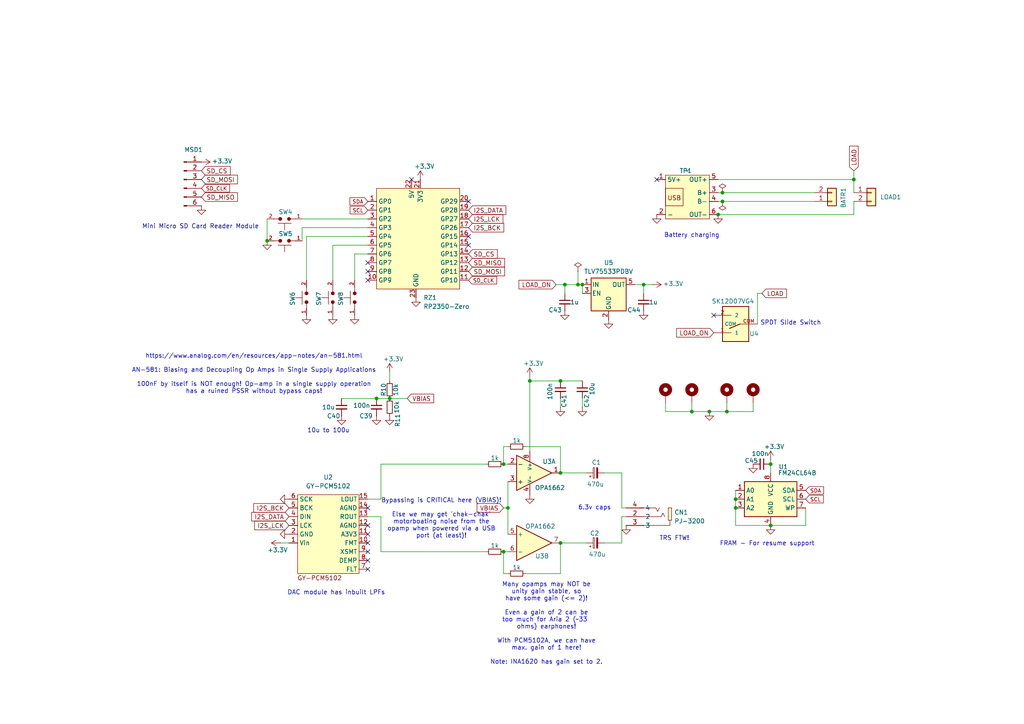
<source format=kicad_sch>
(kicad_sch (version 20250114) (generator "eeschema") (generator_version "9.0")
  (paper "A4")
  (title_block (title "mShuffle 0.05") (date "2025-03-05") (rev "v0.05") (company "Yantra Research") (comment 1 "Retro Music Player (Retro DAP)"))
  (lib_symbols
    (symbol "Connector:Conn_01x06_Pin" (pin_names (offset 1.016) (hide yes))
      (property "Reference" "J" (at 0 7.62 0))
      (property "Value" "Conn_01x06_Pin" (at 0 -10.16 0))
      (symbol "Conn_01x06_Pin_1_1"
        (rectangle (start 0.8636 5.207) (end 0 4.953) (stroke (width 0.1524)) (fill (type outline)))
        (rectangle (start 0.8636 2.667) (end 0 2.413) (stroke (width 0.1524)) (fill (type outline)))
        (rectangle (start 0.8636 0.127) (end 0 -0.127) (stroke (width 0.1524)) (fill (type outline)))
        (rectangle (start 0.8636 -2.413) (end 0 -2.667) (stroke (width 0.1524)) (fill (type outline)))
        (rectangle (start 0.8636 -4.953) (end 0 -5.207) (stroke (width 0.1524)) (fill (type outline)))
        (rectangle (start 0.8636 -7.493) (end 0 -7.747) (stroke (width 0.1524)) (fill (type outline)))
        (polyline (pts (xy 1.27 5.08) (xy 0.8636 5.08)) (stroke (width 0.1524)))
        (polyline (pts (xy 1.27 2.54) (xy 0.8636 2.54)) (stroke (width 0.1524)))
        (polyline (pts (xy 1.27 0) (xy 0.8636 0)) (stroke (width 0.1524)))
        (polyline (pts (xy 1.27 -2.54) (xy 0.8636 -2.54)) (stroke (width 0.1524)))
        (polyline (pts (xy 1.27 -5.08) (xy 0.8636 -5.08)) (stroke (width 0.1524)))
        (polyline (pts (xy 1.27 -7.62) (xy 0.8636 -7.62)) (stroke (width 0.1524)))
        (pin passive line (at 5.08 5.08 180) (length 3.81) (name "Pin_1") (number "1"))
        (pin passive line (at 5.08 2.54 180) (length 3.81) (name "Pin_2") (number "2"))
        (pin passive line (at 5.08 0 180) (length 3.81) (name "Pin_3") (number "3"))
        (pin passive line (at 5.08 -2.54 180) (length 3.81) (name "Pin_4") (number "4"))
        (pin passive line (at 5.08 -5.08 180) (length 3.81) (name "Pin_5") (number "5"))
        (pin passive line (at 5.08 -7.62 180) (length 3.81) (name "Pin_6") (number "6"))
      )
    )
    (symbol "Connector_Generic:Conn_01x02" (pin_names (offset 1.016) (hide yes))
      (property "Reference" "J" (at 0 2.54 0))
      (property "Value" "Conn_01x02" (at 0 -5.08 0))
      (symbol "Conn_01x02_1_1"
        (rectangle (start -1.27 1.27) (end 1.27 -3.81) (stroke (width 0.254)) (fill (type background)))
        (rectangle (start -1.27 0.127) (end 0 -0.127) (stroke (width 0.1524)))
        (rectangle (start -1.27 -2.413) (end 0 -2.667) (stroke (width 0.1524)))
        (pin passive line (at -5.08 0 0) (length 3.81) (name "Pin_1") (number "1"))
        (pin passive line (at -5.08 -2.54 0) (length 3.81) (name "Pin_2") (number "2"))
      )
    )
    (symbol "Device:C_Polarized_Small" (pin_numbers (hide yes)) (pin_names (offset 0.254) (hide yes))
      (property "Reference" "C" (at 0.254 1.778 0))
      (property "Value" "C_Polarized_Small" (at 0.254 -2.032 0))
      (symbol "C_Polarized_Small_0_1"
        (rectangle (start -1.524 0.6858) (end 1.524 0.3048))
        (rectangle (start -1.524 -0.3048) (end 1.524 -0.6858) (fill (type outline)))
        (polyline (pts (xy -1.27 1.524) (xy -0.762 1.524)))
        (polyline (pts (xy -1.016 1.27) (xy -1.016 1.778)))
      )
      (symbol "C_Polarized_Small_1_1"
        (pin passive line (at 0 2.54 270) (length 1.8542) (name "~") (number "1"))
        (pin passive line (at 0 -2.54 90) (length 1.8542) (name "~") (number "2"))
      )
    )
    (symbol "Device:C_Small" (pin_numbers (hide yes)) (pin_names (offset 0.254) (hide yes))
      (property "Reference" "C" (at 0.254 1.778 0))
      (property "Value" "C_Small" (at 0.254 -2.032 0))
      (symbol "C_Small_0_1"
        (polyline (pts (xy -1.524 0.508) (xy 1.524 0.508)) (stroke (width 0.3048)))
        (polyline (pts (xy -1.524 -0.508) (xy 1.524 -0.508)) (stroke (width 0.3302)))
      )
      (symbol "C_Small_1_1"
        (pin passive line (at 0 2.54 270) (length 2.032) (name "~") (number "1"))
        (pin passive line (at 0 -2.54 90) (length 2.032) (name "~") (number "2"))
      )
    )
    (symbol "Device:R_Small" (pin_numbers (hide yes)) (pin_names (offset 0.254) (hide yes))
      (property "Reference" "R" (at 0.762 0.508 0))
      (property "Value" "R_Small" (at 0.762 -1.016 0))
      (symbol "R_Small_0_1"
        (rectangle (start -0.762 1.778) (end 0.762 -1.778) (stroke (width 0.2032)))
      )
      (symbol "R_Small_1_1"
        (pin passive line (at 0 2.54 270) (length 0.762) (name "~") (number "1"))
        (pin passive line (at 0 -2.54 90) (length 0.762) (name "~") (number "2"))
      )
    )
    (symbol "GY-PCM5102:GY-PCM5102"
      (property "Reference" "U" (at -7.62 6.35 0))
      (property "Value" "GY-PCM5102" (at 0 0 0))
      (symbol "GY-PCM5102_0_0"
        (text "GY-PCM5102" (at -2.54 -19.05 0) (effects (font (size 1.27 1.27))))
      )
      (symbol "GY-PCM5102_1_1"
        (rectangle (start -8.89 5.08) (end 8.89 -17.78) (fill (type background)))
        (pin input line (at -11.43 3.81 0) (length 2.54) (name "SCK") (number "6"))
        (pin input line (at -11.43 1.27 0) (length 2.54) (name "BCK") (number "5"))
        (pin input line (at -11.43 -1.27 0) (length 2.54) (name "DIN") (number "4"))
        (pin input line (at -11.43 -3.81 0) (length 2.54) (name "LCK") (number "3"))
        (pin power_in line (at -11.43 -6.35 0) (length 2.54) (name "GND") (number "2"))
        (pin power_in line (at -11.43 -8.89 0) (length 2.54) (name "Vin") (number "1"))
        (pin input line (at 11.43 3.81 180) (length 2.54) (name "LOUT") (number "15"))
        (pin input line (at 11.43 1.27 180) (length 2.54) (name "AGND") (number "14"))
        (pin input line (at 11.43 -1.27 180) (length 2.54) (name "ROUT") (number "13"))
        (pin input line (at 11.43 -3.81 180) (length 2.54) (name "AGND") (number "12"))
        (pin input line (at 11.43 -6.35 180) (length 2.54) (name "A3V3") (number "11"))
        (pin input line (at 11.43 -8.89 180) (length 2.54) (name "FMT") (number "10"))
        (pin input line (at 11.43 -11.43 180) (length 2.54) (name "XSMT") (number "9"))
        (pin input line (at 11.43 -13.97 180) (length 2.54) (name "DEMP") (number "8"))
        (pin input line (at 11.43 -16.51 180) (length 2.54) (name "FLT") (number "7"))
      )
    )
    (symbol "Mechanical:MountingHole_Pad" (pin_numbers (hide yes)) (pin_names (offset 1.016) (hide yes))
      (property "Reference" "H" (at 0 6.35 0))
      (property "Value" "MountingHole_Pad" (at 0 4.445 0))
      (symbol "MountingHole_Pad_0_1"
        (circle (center 0 1.27) (radius 1.27) (stroke (width 1.27)))
      )
      (symbol "MountingHole_Pad_1_1"
        (pin input line (at 0 -2.54 90) (length 2.54) (name "1") (number "1"))
      )
    )
    (symbol "Memory_EEPROM:24LC256"
      (property "Reference" "U" (at -6.35 6.35 0))
      (property "Value" "24LC256" (at 1.27 6.35 0))
      (symbol "24LC256_1_1"
        (rectangle (start -7.62 5.08) (end 7.62 -5.08) (stroke (width 0.254)) (fill (type background)))
        (pin input line (at -10.16 2.54 0) (length 2.54) (name "A0") (number "1"))
        (pin input line (at -10.16 0 0) (length 2.54) (name "A1") (number "2"))
        (pin input line (at -10.16 -2.54 0) (length 2.54) (name "A2") (number "3"))
        (pin power_in line (at 0 7.62 270) (length 2.54) (name "VCC") (number "8"))
        (pin power_in line (at 0 -7.62 90) (length 2.54) (name "GND") (number "4"))
        (pin bidirectional line (at 10.16 2.54 180) (length 2.54) (name "SDA") (number "5"))
        (pin input line (at 10.16 0 180) (length 2.54) (name "SCL") (number "6"))
        (pin input line (at 10.16 -2.54 180) (length 2.54) (name "WP") (number "7"))
      )
    )
    (symbol "PCM_Amplifier_Operational_AKL:TS922ID" (pin_names (offset 0.2))
      (property "Reference" "U" (at 1.27 7.62 0))
      (property "Value" "TS922ID" (at 1.27 5.08 0))
      (symbol "TS922ID_0_1"
        (polyline (pts (xy -3.81 5.08) (xy -3.81 -5.08) (xy 6.35 0) (xy -3.81 5.08)) (stroke (width 0.254)) (fill (type background)))
      )
      (symbol "TS922ID_1_1"
        (pin input line (at -6.35 2.54 0) (length 2.54) (name "-") (number "2"))
        (pin input line (at -6.35 -2.54 0) (length 2.54) (name "+") (number "3"))
        (pin power_in line (at 0 6.35 270) (length 3.18) (name "V+") (number "8"))
        (pin power_in line (at 0 -6.35 90) (length 3.18) (name "V-") (number "4"))
        (pin output line (at 8.89 0 180) (length 2.54) (name "~") (number "1"))
      )
      (symbol "TS922ID_2_1"
        (pin input line (at -6.35 2.54 0) (length 2.54) (name "-") (number "6"))
        (pin input line (at -6.35 -2.54 0) (length 2.54) (name "+") (number "5"))
        (pin output line (at 8.89 0 180) (length 2.54) (name "~") (number "7"))
      )
    )
    (symbol "PCM_SL_Devices:Push_Button"
      (property "Reference" "SW" (at 0 6.35 0))
      (property "Value" "Push_Button" (at 0 4.445 0))
      (symbol "Push_Button_0_1"
        (polyline (pts (xy -3.175 0) (xy -1.778 0)))
        (polyline (pts (xy -1.905 1.27) (xy 1.905 1.27)))
        (circle (center -1.27 0) (radius 0.4579) (fill (type outline)))
        (polyline (pts (xy 0 1.27) (xy 0 3.175)))
        (circle (center 1.27 0) (radius 0.4579) (fill (type outline)))
        (polyline (pts (xy 1.778 0) (xy 3.175 0)))
      )
      (symbol "Push_Button_1_1"
        (pin passive line (at -5.08 0 0) (length 2) (name "") (number "1"))
        (pin passive line (at 5.08 0 180) (length 2) (name "") (number "2"))
      )
    )
    (symbol "Regulator_Linear:TLV75533PDBV" (pin_names (offset 0.254))
      (property "Reference" "U" (at -3.81 5.715 0))
      (property "Value" "TLV75533PDBV" (at 0 5.715 0))
      (symbol "TLV75533PDBV_0_1"
        (rectangle (start -5.08 4.445) (end 5.08 -5.08) (stroke (width 0.254)) (fill (type background)))
      )
      (symbol "TLV75533PDBV_1_1"
        (pin power_in line (at -7.62 2.54 0) (length 2.54) (name "IN") (number "1"))
        (pin input line (at -7.62 0 0) (length 2.54) (name "EN") (number "3"))
        (pin power_in line (at 0 -7.62 90) (length 2.54) (name "GND") (number "2"))
        (pin no_connect line (at 5.08 0 180) (length 2.54) (hide yes) (name "NC") (number "4"))
        (pin power_out line (at 7.62 2.54 180) (length 2.54) (name "OUT") (number "5"))
      )
    )
    (symbol "SK12D07VG4:SK12D07VG4-Fixed" (pin_names (offset 1.016))
      (property "Reference" "U4" (at 10.16 1.27 90))
      (property "Value" "SK12D07VG4-Fixed" (at 7.62 1.27 90))
      (symbol "SK12D07VG4-Fixed_0_0"
        (rectangle (start -5.08 -2.54) (end 5.08 5.08) (stroke (width 0.254)) (fill (type background)))
        (polyline (pts (xy 0 0) (xy -1.27 3.048)) (stroke (width 0.254)))
      )
      (symbol "SK12D07VG4-Fixed_1_0"
        (pin power_in line (at -2.54 7.62 270) (length 5.08) (name "1") (number "1"))
        (pin power_in line (at 0 -5.08 90) (length 5.08) (name "COM") (number "COM"))
        (pin power_in line (at 2.54 7.62 270) (length 5.08) (name "2") (number "2"))
      )
    )
    (symbol "mylib:PJ-3200"
      (property "Reference" "CN1" (at -6.35 -1.2701 0))
      (property "Value" "PJ-3200" (at -6.35 1.2699 0))
      (symbol "PJ-3200_0_1"
        (rectangle (start -5.59 1.02) (end -4.57 -2.54) (fill (type background)))
        (polyline (pts (xy 2.54 0) (xy -2.54 0) (xy -3.05 -1.02) (xy -3.56 0)))
        (polyline (pts (xy 2.79 2.54) (xy -5.08 2.54) (xy -5.08 1.02)))
        (polyline (pts (xy 3.81 -2.54) (xy -1.02 -2.54) (xy -1.52 -1.52) (xy -2.03 -2.54)))
      )
      (symbol "PJ-3200_1_1"
        (pin power_in line (at 7.62 2.54 180) (length 5.08) (name "3") (number "3"))
        (pin input line (at 7.62 0 180) (length 5.08) (name "2") (number "2"))
        (pin input line (at 7.62 -2.54 180) (length 5.08) (name "4") (number "4"))
      )
    )
    (symbol "power:+3.3V" (power) (pin_numbers (hide yes)) (pin_names (offset 0) (hide yes))
      (property "Value" "+3.3V" (at 0 3.556 0))
      (symbol "+3.3V_0_1"
        (polyline (pts (xy -0.762 1.27) (xy 0 2.54)))
        (polyline (pts (xy 0 2.54) (xy 0.762 1.27)))
        (polyline (pts (xy 0 0) (xy 0 2.54)))
      )
      (symbol "+3.3V_1_1"
        (pin power_in line (at 0 0 90) (length 0) (name "~") (number "1"))
      )
    )
    (symbol "power:GND" (power) (pin_numbers (hide yes)) (pin_names (offset 0) (hide yes))
      (property "Value" "GND" (at 0 -3.81 0))
      (symbol "GND_0_1"
        (polyline (pts (xy 0 0) (xy 0 -1.27) (xy 1.27 -1.27) (xy 0 -2.54) (xy -1.27 -1.27) (xy 0 -1.27)))
      )
      (symbol "GND_1_1"
        (pin power_in line (at 0 0 270) (length 0) (name "~") (number "1"))
      )
    )
    (symbol "power:PWR_FLAG" (power) (pin_numbers (hide yes)) (pin_names (offset 0) (hide yes))
      (property "Value" "PWR_FLAG" (at 0 3.81 0))
      (symbol "PWR_FLAG_0_0"
        (pin power_out line (at 0 0 90) (length 0) (name "pwr") (number "1"))
      )
      (symbol "PWR_FLAG_0_1"
        (polyline (pts (xy 0 0) (xy 0 1.27) (xy -1.016 1.905) (xy 0 2.54) (xy 1.016 1.905) (xy 0 1.27)))
      )
    )
    (symbol "rp2040-zero:RP2040-Zero"
      (property "Reference" "RZ" (at 0 0 0))
      (property "Value" "RP2040-Zero" (at 0 -2.54 0))
      (property "Footprint" "RP2040-Zero:RP2040-Zero" (at 0 0 0))
      (symbol "RP2040-Zero_0_1"
        (rectangle (start -11.43 -15.24) (end 12.7 13.97) (fill (type background)))
      )
      (symbol "RP2040-Zero_1_1"
        (pin bidirectional line (at -13.97 10.16 0) (length 2.54) (name "GP0") (number "1"))
        (pin bidirectional line (at -13.97 7.62 0) (length 2.54) (name "GP1") (number "2"))
        (pin bidirectional line (at -13.97 5.08 0) (length 2.54) (name "GP2") (number "3"))
        (pin bidirectional line (at -13.97 2.54 0) (length 2.54) (name "GP3") (number "4"))
        (pin bidirectional line (at -13.97 0 0) (length 2.54) (name "GP4") (number "5"))
        (pin bidirectional line (at -13.97 -2.54 0) (length 2.54) (name "GP5") (number "6"))
        (pin bidirectional line (at -13.97 -5.08 0) (length 2.54) (name "GP6") (number "7"))
        (pin bidirectional line (at -13.97 -7.62 0) (length 2.54) (name "GP7") (number "8"))
        (pin bidirectional line (at -13.97 -10.16 0) (length 2.54) (name "GP8") (number "9"))
        (pin bidirectional line (at -13.97 -12.7 0) (length 2.54) (name "GP9") (number "10"))
        (pin power_in line (at -1.27 16.51 270) (length 2.54) (name "5V") (number "22"))
        (pin power_in line (at 0 -17.78 90) (length 2.54) (name "GND") (number "23"))
        (pin power_in line (at 1.27 16.51 270) (length 2.54) (name "3V3") (number "21"))
        (pin bidirectional line (at 15.24 10.16 180) (length 2.54) (name "GP29") (number "20"))
        (pin bidirectional line (at 15.24 7.62 180) (length 2.54) (name "GP28") (number "19"))
        (pin bidirectional line (at 15.24 5.08 180) (length 2.54) (name "GP27") (number "18"))
        (pin bidirectional line (at 15.24 2.54 180) (length 2.54) (name "GP26") (number "17"))
        (pin bidirectional line (at 15.24 0 180) (length 2.54) (name "GP15") (number "16"))
        (pin bidirectional line (at 15.24 -2.54 180) (length 2.54) (name "GP14") (number "15"))
        (pin bidirectional line (at 15.24 -5.08 180) (length 2.54) (name "GP13") (number "14"))
        (pin bidirectional line (at 15.24 -7.62 180) (length 2.54) (name "GP12") (number "13"))
        (pin bidirectional line (at 15.24 -10.16 180) (length 2.54) (name "GP11") (number "12"))
        (pin bidirectional line (at 15.24 -12.7 180) (length 2.54) (name "GP10") (number "11"))
      )
    )
    (symbol "tp4056_usb_c_module:TP4056_USB_C_Module"
      (property "Reference" "TP" (at 0.254 7.62 0))
      (symbol "TP4056_USB_C_Module_0_1"
        (rectangle (start -6.35 2.54) (end -1.27 -2.54))
      )
      (symbol "TP4056_USB_C_Module_1_1"
        (rectangle (start -6.35 6.35) (end 6.35 -6.35) (fill (type background)))
        (text "USB" (at -3.81 -0.254 0) (effects (font (size 1.27 1.27))))
        (pin power_in line (at -8.89 5.08 0) (length 2.54) (name "5V+") (number "1"))
        (pin power_in line (at -8.89 -5.08 0) (length 2.54) (name "-") (number "2"))
        (pin power_out line (at 8.89 5.08 180) (length 2.54) (name "OUT+") (number "5"))
        (pin power_in line (at 8.89 1.27 180) (length 2.54) (name "B+") (number "3"))
        (pin power_in line (at 8.89 -1.27 180) (length 2.54) (name "B-") (number "4"))
        (pin power_out line (at 8.89 -5.08 180) (length 2.54) (name "OUT-") (number "6"))
      )
    )
  )
  (text "DAC module has inbuilt LPFs" (at 97.536 171.958 0) (effects (font (size 1.27 1.27))))
  (text "Mini Micro SD Card Reader Module" (at 58.166 65.786 0) (effects (font (size 1.27 1.27))))
  (text "https://www.analog.com/en/resources/app-notes/an-581.html\n\nAN-581: Biasing and Decoupling Op Amps in Single Supply Applications\n\n100nF by itself is NOT enough! Op-amp in a single supply operation\nhas a ruined PSSR without bypass caps!" (at 73.66 108.458 0) (effects (font (size 1.27 1.27))))
  (text "TRS FTW!" (at 195.58 156.21 0) (effects (font (size 1.27 1.27))))
  (text "Bypassing is CRITICAL here (VBIAS)!\n\nElse we may get 'chak-chak'\nmotorboating noise from the\nopamp when powered via a USB\nport (at least)!" (at 128.016 150.368 0) (effects (font (size 1.27 1.27))))
  (text "Many opamps may NOT be\nunity gain stable, so\nhave some gain (<= 2)!\n\nEven a gain of 2 can be\ntoo much for Aria 2 (~33 \nohms) earphones!\n\nWith PCM5102A, we can have\nmax. gain of 1 here!\n\nNote: INA1620 has gain set to 2." (at 158.496 180.848 0) (effects (font (size 1.27 1.27))))
  (text "6.3v caps" (at 172.466 147.32 0) (effects (font (size 1.27 1.27))))
  (text "SPDT Slide Switch" (at 229.362 93.726 0) (effects (font (size 1.27 1.27))))
  (text "FRAM - For resume support" (at 222.504 157.734 0) (effects (font (size 1.27 1.27))))
  (text "Battery charging" (at 200.66 68.326 0) (effects (font (size 1.27 1.27))))
  (text "10u to 100u" (at 95.25 124.968 0) (effects (font (size 1.27 1.27))))
  (junction (at 153.67 110.49))
  (junction (at 109.22 115.57))
  (junction (at 208.28 62.23))
  (junction (at 247.65 52.07))
  (junction (at 168.91 82.55))
  (junction (at 167.64 82.55))
  (junction (at 113.03 115.57))
  (junction (at 210.82 119.38))
  (junction (at 146.05 160.02))
  (junction (at 205.74 119.38))
  (junction (at 200.66 119.38))
  (junction (at 209.55 58.42))
  (junction (at 147.32 147.32))
  (junction (at 77.47 69.85))
  (junction (at 213.36 144.78))
  (junction (at 223.52 152.4))
  (junction (at 162.56 157.48))
  (junction (at 213.36 147.32))
  (junction (at 162.56 110.49))
  (junction (at 186.69 82.55))
  (junction (at 162.56 137.16))
  (junction (at 209.55 55.88))
  (junction (at 223.52 134.62))
  (junction (at 146.05 134.62))
  (junction (at 163.83 82.55))
  (no_connect (at 106.68 162.56))
  (no_connect (at 106.68 154.94))
  (no_connect (at 106.68 152.4))
  (no_connect (at 119.38 52.07))
  (no_connect (at 135.89 71.12))
  (no_connect (at 207.01 91.44))
  (no_connect (at 106.68 78.74))
  (no_connect (at 106.68 81.28))
  (no_connect (at 106.68 147.32))
  (no_connect (at 135.89 68.58))
  (no_connect (at 106.68 165.1))
  (no_connect (at 106.68 160.02))
  (no_connect (at 190.5 52.07))
  (no_connect (at 135.89 58.42))
  (no_connect (at 106.68 76.2))
  (no_connect (at 106.68 157.48))
  (wire (pts (xy 162.56 166.37) (xy 162.56 157.48)))
  (wire (pts (xy 162.56 137.16) (xy 170.18 137.16)))
  (wire (pts (xy 146.05 129.54) (xy 146.05 134.62)))
  (wire (pts (xy 162.56 115.57) (xy 162.56 118.11)))
  (wire (pts (xy 153.67 110.49) (xy 153.67 109.22)))
  (wire (pts (xy 167.64 82.55) (xy 168.91 82.55)))
  (wire (pts (xy 200.66 119.38) (xy 205.74 119.38)))
  (wire (pts (xy 223.52 152.4) (xy 233.68 152.4)))
  (wire (pts (xy 106.68 144.78) (xy 110.49 144.78)))
  (wire (pts (xy 209.55 58.42) (xy 236.22 58.42)))
  (wire (pts (xy 180.34 149.86) (xy 181.61 149.86)))
  (wire (pts (xy 186.69 82.55) (xy 189.23 82.55)))
  (wire (pts (xy 96.52 71.12) (xy 106.68 71.12)))
  (wire (pts (xy 102.87 81.28) (xy 102.87 73.66)))
  (wire (pts (xy 162.56 110.49) (xy 153.67 110.49)))
  (wire (pts (xy 77.47 63.5) (xy 77.47 69.85)))
  (wire (pts (xy 180.34 149.86) (xy 180.34 157.48)))
  (wire (pts (xy 146.05 166.37) (xy 146.05 160.02)))
  (wire (pts (xy 208.28 55.88) (xy 209.55 55.88)))
  (wire (pts (xy 81.28 157.48) (xy 83.82 157.48)))
  (wire (pts (xy 233.68 152.4) (xy 233.68 147.32)))
  (wire (pts (xy 163.83 82.55) (xy 163.83 85.09)))
  (wire (pts (xy 213.36 147.32) (xy 213.36 152.4)))
  (wire (pts (xy 88.9 68.58) (xy 88.9 81.28)))
  (wire (pts (xy 87.63 63.5) (xy 106.68 63.5)))
  (wire (pts (xy 110.49 160.02) (xy 140.97 160.02)))
  (wire (pts (xy 186.69 82.55) (xy 186.69 85.09)))
  (wire (pts (xy 109.22 115.57) (xy 113.03 115.57)))
  (wire (pts (xy 213.36 144.78) (xy 213.36 147.32)))
  (wire (pts (xy 247.65 58.42) (xy 247.65 62.23)))
  (wire (pts (xy 106.68 68.58) (xy 88.9 68.58)))
  (wire (pts (xy 218.44 116.84) (xy 218.44 119.38)))
  (wire (pts (xy 200.66 116.84) (xy 200.66 119.38)))
  (wire (pts (xy 110.49 134.62) (xy 140.97 134.62)))
  (wire (pts (xy 110.49 134.62) (xy 110.49 144.78)))
  (wire (pts (xy 168.91 110.49) (xy 162.56 110.49)))
  (wire (pts (xy 175.26 137.16) (xy 180.34 137.16)))
  (wire (pts (xy 219.71 85.09) (xy 219.71 93.98)))
  (wire (pts (xy 213.36 142.24) (xy 213.36 144.78)))
  (wire (pts (xy 146.05 147.32) (xy 147.32 147.32)))
  (wire (pts (xy 113.03 107.95) (xy 113.03 110.49)))
  (wire (pts (xy 162.56 129.54) (xy 162.56 137.16)))
  (wire (pts (xy 209.55 55.88) (xy 236.22 55.88)))
  (wire (pts (xy 208.28 52.07) (xy 247.65 52.07)))
  (wire (pts (xy 163.83 82.55) (xy 167.64 82.55)))
  (wire (pts (xy 180.34 137.16) (xy 180.34 147.32)))
  (wire (pts (xy 208.28 62.23) (xy 247.65 62.23)))
  (wire (pts (xy 147.32 139.7) (xy 147.32 147.32)))
  (wire (pts (xy 146.05 160.02) (xy 147.32 160.02)))
  (wire (pts (xy 208.28 58.42) (xy 209.55 58.42)))
  (wire (pts (xy 146.05 134.62) (xy 147.32 134.62)))
  (wire (pts (xy 161.29 82.55) (xy 163.83 82.55)))
  (wire (pts (xy 153.67 110.49) (xy 153.67 130.81)))
  (wire (pts (xy 175.26 157.48) (xy 180.34 157.48)))
  (wire (pts (xy 213.36 152.4) (xy 223.52 152.4)))
  (wire (pts (xy 247.65 49.53) (xy 247.65 52.07)))
  (wire (pts (xy 168.91 115.57) (xy 168.91 118.11)))
  (wire (pts (xy 147.32 147.32) (xy 147.32 154.94)))
  (wire (pts (xy 167.64 78.74) (xy 167.64 82.55)))
  (wire (pts (xy 184.15 82.55) (xy 186.69 82.55)))
  (wire (pts (xy 193.04 116.84) (xy 193.04 119.38)))
  (wire (pts (xy 205.74 119.38) (xy 210.82 119.38)))
  (wire (pts (xy 247.65 52.07) (xy 247.65 55.88)))
  (wire (pts (xy 210.82 116.84) (xy 210.82 119.38)))
  (wire (pts (xy 96.52 81.28) (xy 96.52 71.12)))
  (wire (pts (xy 106.68 66.04) (xy 87.63 66.04)))
  (wire (pts (xy 113.03 115.57) (xy 118.11 115.57)))
  (wire (pts (xy 87.63 66.04) (xy 87.63 69.85)))
  (wire (pts (xy 210.82 119.38) (xy 218.44 119.38)))
  (wire (pts (xy 147.32 166.37) (xy 146.05 166.37)))
  (wire (pts (xy 99.06 115.57) (xy 109.22 115.57)))
  (wire (pts (xy 180.34 147.32) (xy 181.61 147.32)))
  (wire (pts (xy 223.52 134.62) (xy 223.52 137.16)))
  (wire (pts (xy 193.04 119.38) (xy 200.66 119.38)))
  (wire (pts (xy 106.68 149.86) (xy 110.49 149.86)))
  (wire (pts (xy 219.71 85.09) (xy 220.98 85.09)))
  (wire (pts (xy 102.87 73.66) (xy 106.68 73.66)))
  (wire (pts (xy 168.91 82.55) (xy 168.91 85.09)))
  (wire (pts (xy 152.4 166.37) (xy 162.56 166.37)))
  (wire (pts (xy 146.05 129.54) (xy 147.32 129.54)))
  (wire (pts (xy 162.56 157.48) (xy 170.18 157.48)))
  (wire (pts (xy 152.4 129.54) (xy 162.56 129.54)))
  (wire (pts (xy 110.49 149.86) (xy 110.49 160.02)))
  (wire (pts (xy 223.52 133.35) (xy 223.52 134.62)))
  (global_label "SCL" (shape input) (at 106.68 60.96 180) (effects (font (size 1.1 1.1))) (property "Intersheetrefs" "${INTERSHEET_REFS}" (effects (hide yes))))
  (global_label "SD_CLK" (shape input) (at 135.89 81.28 0) (effects (font (size 1.1 1.1))) (property "Intersheetrefs" "${INTERSHEET_REFS}" (effects (hide yes))))
  (global_label "VBIAS" (shape input) (at 118.11 115.57 0) (property "Intersheetrefs" "${INTERSHEET_REFS}" (effects (hide yes))))
  (global_label "SDA" (shape input) (at 233.68 142.24 0) (effects (font (size 1.1 1.1))) (property "Intersheetrefs" "${INTERSHEET_REFS}" (effects (hide yes))))
  (global_label "I2S_LCK" (shape input) (at 83.82 152.4 180) (property "Intersheetrefs" "${INTERSHEET_REFS}" (effects (hide yes))))
  (global_label "SD_CLK" (shape input) (at 58.42 54.61 0) (effects (font (size 1.1 1.1))) (property "Intersheetrefs" "${INTERSHEET_REFS}" (effects (hide yes))))
  (global_label "SD_MISO" (shape input) (at 58.42 57.15 0) (property "Intersheetrefs" "${INTERSHEET_REFS}" (effects (hide yes))))
  (global_label "VBIAS" (shape input) (at 146.05 147.32 180) (property "Intersheetrefs" "${INTERSHEET_REFS}" (effects (hide yes))))
  (global_label "LOAD_ON" (shape input) (at 161.29 82.55 180) (property "Intersheetrefs" "${INTERSHEET_REFS}" (effects (hide yes))))
  (global_label "I2S_BCK" (shape input) (at 135.89 66.04 0) (property "Intersheetrefs" "${INTERSHEET_REFS}" (effects (hide yes))))
  (global_label "SD_MOSI" (shape input) (at 135.89 78.74 0) (property "Intersheetrefs" "${INTERSHEET_REFS}" (effects (hide yes))))
  (global_label "LOAD" (shape input) (at 220.98 85.09 0) (property "Intersheetrefs" "${INTERSHEET_REFS}" (effects (hide yes))))
  (global_label "SD_MISO" (shape input) (at 135.89 76.2 0) (property "Intersheetrefs" "${INTERSHEET_REFS}" (effects (hide yes))))
  (global_label "I2S_BCK" (shape input) (at 83.82 147.32 180) (property "Intersheetrefs" "${INTERSHEET_REFS}" (effects (hide yes))))
  (global_label "SDA" (shape input) (at 106.68 58.42 180) (effects (font (size 1.1 1.1))) (property "Intersheetrefs" "${INTERSHEET_REFS}" (effects (hide yes))))
  (global_label "I2S_DATA" (shape input) (at 83.82 149.86 180) (property "Intersheetrefs" "${INTERSHEET_REFS}" (effects (hide yes))))
  (global_label "I2S_LCK" (shape input) (at 135.89 63.5 0) (property "Intersheetrefs" "${INTERSHEET_REFS}" (effects (hide yes))))
  (global_label "I2S_DATA" (shape input) (at 135.89 60.96 0) (property "Intersheetrefs" "${INTERSHEET_REFS}" (effects (hide yes))))
  (global_label "SCL" (shape input) (at 233.68 144.78 0) (effects (font (size 1.1 1.1))) (property "Intersheetrefs" "${INTERSHEET_REFS}" (effects (hide yes))))
  (global_label "SD_CS" (shape input) (at 58.42 49.53 0) (property "Intersheetrefs" "${INTERSHEET_REFS}" (effects (hide yes))))
  (global_label "SD_CS" (shape input) (at 135.89 73.66 0) (property "Intersheetrefs" "${INTERSHEET_REFS}" (effects (hide yes))))
  (global_label "LOAD" (shape input) (at 247.65 49.53 90) (property "Intersheetrefs" "${INTERSHEET_REFS}" (effects (hide yes))))
  (global_label "LOAD_ON" (shape input) (at 207.01 96.52 180) (property "Intersheetrefs" "${INTERSHEET_REFS}" (effects (hide yes))))
  (global_label "SD_MOSI" (shape input) (at 58.42 52.07 0) (property "Intersheetrefs" "${INTERSHEET_REFS}" (effects (hide yes))))
  (symbol (lib_id "PCM_SL_Devices:Push_Button") (at 82.55 63.5 180) (unit 1)
    (property "Reference" "SW4" (at 80.772 61.468 0) (effects (justify right)))
    (property "Value" "Push_Button" (effects (hide yes)))
    (property "Footprint" "Button_Switch_THT:SW_PUSH_6mm" (effects (hide yes)))
    (property "Description" "Common 6mmx6mm Push Button" (effects (hide yes)))
  )
  (symbol (lib_id "Device:R_Small") (at 113.03 118.11 0) (unit 1)
    (property "Reference" "R11" (at 115.316 121.92 90))
    (property "Value" "10k" (at 115.062 118.11 90))
    (property "Footprint" "Resistor_SMD:R_1206_3216Metric_Pad1.30x1.75mm_HandSolder" (effects (hide yes)))
    (property "Source" "LCSC" (effects (hide yes)))
  )
  (symbol (lib_id "Device:C_Small") (at 163.83 87.63 0) (unit 1)
    (property "Reference" "C43" (at 161.036 89.916 0))
    (property "Value" "1u" (at 166.624 87.63 0))
    (property "Footprint" "Capacitor_SMD:C_1206_3216Metric_Pad1.33x1.80mm_HandSolder" (effects (hide yes)))
    (property "Source" "LCSC" (effects (hide yes)))
  )
  (symbol (lib_id "power:GND") (at 205.74 119.38 0) (unit 1)
    (property "Reference" "#PWR01" (effects (hide yes)))
    (property "Value" "GND" (effects (hide yes)))
    (property "Description" "Power symbol creates a global label with name \"GND\" , ground" (effects (hide yes)))
  )
  (symbol (lib_id "power:PWR_FLAG") (at 209.55 58.42 180) (unit 1)
    (property "Reference" "#FLG03" (effects (hide yes)))
    (property "Value" "PWR_FLAG" (effects (hide yes)))
    (property "Description" "Special symbol for telling ERC where power comes from" (effects (hide yes)))
  )
  (symbol (lib_id "tp4056_usb_c_module:TP4056_USB_C_Module") (at 199.39 57.15 0) (unit 1)
    (property "Reference" "TP1" (at 198.882 49.53 0))
    (property "Value" "~" (at 199.39 49.53 0))
    (property "Footprint" "footprints:TP4056_USB-C_module-Fixed" (effects (hide yes)))
  )
  (symbol (lib_id "power:GND") (at 168.91 118.11 0) (unit 1)
    (property "Reference" "#PWR076" (effects (hide yes)))
    (property "Value" "GND" (effects (hide yes)))
    (property "Description" "Power symbol creates a global label with name \"GND\" , ground" (effects (hide yes)))
  )
  (symbol (lib_id "Device:C_Small") (at 109.22 118.11 0) (unit 1)
    (property "Reference" "C39" (at 106.172 120.65 0))
    (property "Value" "100n" (at 104.902 117.602 0))
    (property "Footprint" "Capacitor_SMD:C_1206_3216Metric_Pad1.33x1.80mm_HandSolder" (effects (hide yes)))
    (property "Source" "LCSC" (effects (hide yes)))
  )
  (symbol (lib_id "power:GND") (at 83.82 154.94 270) (unit 1)
    (property "Reference" "#PWR059" (effects (hide yes)))
    (property "Value" "GND" (effects (hide yes)))
    (property "Description" "Power symbol creates a global label with name \"GND\" , ground" (effects (hide yes)))
  )
  (symbol (lib_id "Device:R_Small") (at 143.51 160.02 90) (unit 1)
    (property "Reference" "R5" (effects (hide yes)))
    (property "Value" "1k" (at 143.51 158.242 90))
    (property "Footprint" "Resistor_SMD:R_1206_3216Metric_Pad1.30x1.75mm_HandSolder" (effects (hide yes)))
    (property "Description" "Resistor, small symbol" (effects (hide yes)))
  )
  (symbol (lib_id "power:PWR_FLAG") (at 167.64 78.74 0) (unit 1)
    (property "Reference" "#FLG01" (effects (hide yes)))
    (property "Value" "PWR_FLAG" (effects (hide yes)))
    (property "Description" "Special symbol for telling ERC where power comes from" (effects (hide yes)))
  )
  (symbol (lib_id "power:+3.3V") (at 81.28 157.48 90) (unit 1)
    (property "Reference" "#PWR06" (effects (hide yes)))
    (property "Value" "+3.3V" (at 80.518 159.512 90))
    (property "Description" "Power symbol creates a global label with name \"+3.3V\"" (effects (hide yes)))
  )
  (symbol (lib_id "power:GND") (at 120.65 86.36 0) (unit 1)
    (property "Reference" "#PWR038" (effects (hide yes)))
    (property "Value" "GND" (effects (hide yes)))
    (property "Description" "Power symbol creates a global label with name \"GND\" , ground" (effects (hide yes)))
  )
  (symbol (lib_id "Connector_Generic:Conn_01x02") (at 252.73 55.88 0) (unit 1)
    (property "Reference" "LOAD1" (at 255.27 57.1499 0) (effects (justify left)))
    (property "Value" "Conn_01x02" (effects (hide yes)))
    (property "Footprint" "Connector_PinHeader_2.54mm:PinHeader_1x02_P2.54mm_Vertical" (effects (hide yes)))
    (property "Description" "Generic connector, single row, 01x02, script generated (kicad-library-utils/schlib/autogen/connector/)" (effects (hide yes)))
  )
  (symbol (lib_id "Device:R_Small") (at 149.86 129.54 90) (unit 1)
    (property "Reference" "R2" (effects (hide yes)))
    (property "Value" "1k" (at 149.86 127.762 90))
    (property "Footprint" "Resistor_SMD:R_1206_3216Metric_Pad1.30x1.75mm_HandSolder" (effects (hide yes)))
    (property "Description" "Resistor, small symbol" (effects (hide yes)))
  )
  (symbol (lib_id "power:GND") (at 109.22 120.65 0) (unit 1)
    (property "Reference" "#PWR072" (effects (hide yes)))
    (property "Value" "GND" (effects (hide yes)))
    (property "Description" "Power symbol creates a global label with name \"GND\" , ground" (effects (hide yes)))
  )
  (symbol (lib_id "Memory_EEPROM:24LC256") (at 223.52 144.78 0) (unit 1)
    (property "Reference" "U1" (at 225.806 135.382 0) (effects (justify left)))
    (property "Value" "FM24CL64B" (at 225.6633 137.16 0) (effects (justify left)))
    (property "Footprint" "Package_SO:SOIC-8_3.9x4.9mm_P1.27mm" (effects (hide yes)))
    (property "Datasheet" "http://ww1.microchip.com/downloads/en/devicedoc/21203m.pdf" (effects (hide yes)))
    (property "Description" "I2C Serial EEPROM, 256Kb, DIP-8/SOIC-8/TSSOP-8/DFN-8" (effects (hide yes)))
  )
  (symbol (lib_id "mylib:PJ-3200") (at 189.23 149.86 180) (unit 1)
    (property "Reference" "CN1" (at 195.58 148.5899 0) (effects (justify right)))
    (property "Value" "PJ-3200" (at 195.58 151.1299 0) (effects (justify right)))
    (property "Footprint" "footprints:AUDIO-TH_PJ-3200-Fixed" (effects (hide yes)))
    (property "LCSC Part" "C2689690" (effects (hide yes)))
  )
  (symbol (lib_id "Device:C_Small") (at 186.69 87.63 0) (unit 1)
    (property "Reference" "C44" (at 183.896 89.916 0))
    (property "Value" "1u" (at 189.484 87.63 0))
    (property "Footprint" "Capacitor_SMD:C_1206_3216Metric_Pad1.33x1.80mm_HandSolder" (effects (hide yes)))
    (property "Source" "LCSC" (effects (hide yes)))
  )
  (symbol (lib_id "PCM_SL_Devices:Push_Button") (at 82.55 69.85 180) (unit 1)
    (property "Reference" "SW5" (at 80.772 67.818 0) (effects (justify right)))
    (property "Value" "Push_Button" (effects (hide yes)))
    (property "Footprint" "Button_Switch_THT:SW_PUSH_6mm" (effects (hide yes)))
    (property "Description" "Common 6mmx6mm Push Button" (effects (hide yes)))
  )
  (symbol (lib_id "power:GND") (at 83.82 144.78 270) (unit 1)
    (property "Reference" "#PWR060" (effects (hide yes)))
    (property "Value" "GND" (effects (hide yes)))
    (property "Description" "Power symbol creates a global label with name \"GND\" , ground" (effects (hide yes)))
  )
  (symbol (lib_id "power:+3.3V") (at 153.67 109.22 0) (unit 1)
    (property "Reference" "#PWR080" (effects (hide yes)))
    (property "Value" "+3.3V" (at 151.765 105.41 0) (effects (justify left)))
    (property "Description" "Power symbol creates a global label with name \"+3.3V\"" (effects (hide yes)))
  )
  (symbol (lib_id "power:GND") (at 223.52 152.4 0) (unit 1)
    (property "Reference" "#PWR04" (effects (hide yes)))
    (property "Value" "GND" (effects (hide yes)))
    (property "Description" "Power symbol creates a global label with name \"GND\" , ground" (effects (hide yes)))
  )
  (symbol (lib_id "power:+3.3V") (at 58.42 46.99 270) (unit 1)
    (property "Reference" "#PWR082" (effects (hide yes)))
    (property "Value" "+3.3V" (at 61.468 46.736 90) (effects (justify left)))
    (property "Description" "Power symbol creates a global label with name \"+3.3V\"" (effects (hide yes)))
  )
  (symbol (lib_id "Connector_Generic:Conn_01x02") (at 241.3 58.42 0) (mirror x) (unit 1)
    (property "Reference" "BATR1" (at 244.602 54.356 90) (effects (justify left)))
    (property "Value" "Conn_01x02" (effects (hide yes)))
    (property "Footprint" "Connector_JST:JST_PH_B2B-PH-K_1x02_P2.00mm_Vertical" (effects (hide yes)))
    (property "Description" "Generic connector, single row, 01x02, script generated (kicad-library-utils/schlib/autogen/connector/)" (effects (hide yes)))
  )
  (symbol (lib_id "power:GND") (at 96.52 91.44 0) (unit 1)
    (property "Reference" "#PWR040" (effects (hide yes)))
    (property "Value" "GND" (effects (hide yes)))
    (property "Description" "Power symbol creates a global label with name \"GND\" , ground" (effects (hide yes)))
  )
  (symbol (lib_id "PCM_SL_Devices:Push_Button") (at 102.87 86.36 90) (unit 1)
    (property "Reference" "SW8" (at 98.806 84.582 0) (effects (justify right)))
    (property "Value" "Push_Button" (effects (hide yes)))
    (property "Footprint" "Button_Switch_THT:SW_PUSH_6mm" (effects (hide yes)))
    (property "Description" "Common 6mmx6mm Push Button" (effects (hide yes)))
  )
  (symbol (lib_id "GY-PCM5102:GY-PCM5102") (at 95.25 148.59 0) (unit 1)
    (property "Reference" "U2" (at 95.1793 138.43 0))
    (property "Value" "GY-PCM5102" (at 95.1793 140.97 0))
    (property "Footprint" "footprints:GY-PCM5102" (effects (hide yes)))
  )
  (symbol (lib_id "power:GND") (at 99.06 120.65 0) (unit 1)
    (property "Reference" "#PWR074" (effects (hide yes)))
    (property "Value" "GND" (effects (hide yes)))
    (property "Description" "Power symbol creates a global label with name \"GND\" , ground" (effects (hide yes)))
  )
  (symbol (lib_id "power:GND") (at 190.5 62.23 0) (unit 1)
    (property "Reference" "#PWR055" (effects (hide yes)))
    (property "Value" "GND" (effects (hide yes)))
    (property "Description" "Power symbol creates a global label with name \"GND\" , ground" (effects (hide yes)))
  )
  (symbol (lib_id "PCM_Amplifier_Operational_AKL:TS922ID") (at 153.67 137.16 0) (unit 1)
    (property "Reference" "U3" (at 159.258 133.858 0))
    (property "Value" "OPA1662" (at 159.512 141.478 0))
    (property "Footprint" "PCM_Package_SO_AKL:SO-8_3.9x4.9mm_P1.27mm" (effects (hide yes)))
    (property "Datasheet" "https://www.st.com/resource/en/datasheet/ts922.pdf" (effects (hide yes)))
    (property "Description" "SO-8 Dual CMOS RRIO Operational Amplifier, 3mV Offset, 2μV/°C Drift, 4MHz GBW, Alternate KiCAD Library" (effects (hide yes)))
  )
  (symbol (lib_id "power:+3.3V") (at 189.23 82.55 270) (unit 1)
    (property "Reference" "#PWR084" (effects (hide yes)))
    (property "Value" "+3.3V" (at 192.278 82.296 90) (effects (justify left)))
    (property "Description" "Power symbol creates a global label with name \"+3.3V\"" (effects (hide yes)))
  )
  (symbol (lib_id "power:+3.3V") (at 223.52 133.35 0) (unit 1)
    (property "Reference" "#PWR083" (effects (hide yes)))
    (property "Value" "+3.3V" (at 221.615 129.54 0) (effects (justify left)))
    (property "Description" "Power symbol creates a global label with name \"+3.3V\"" (effects (hide yes)))
  )
  (symbol (lib_id "power:GND") (at 181.61 152.4 0) (unit 1)
    (property "Reference" "#PWR079" (effects (hide yes)))
    (property "Value" "GND" (effects (hide yes)))
    (property "Description" "Power symbol creates a global label with name \"GND\" , ground" (effects (hide yes)))
  )
  (symbol (lib_id "PCM_SL_Devices:Push_Button") (at 88.9 86.36 90) (unit 1)
    (property "Reference" "SW6" (at 84.836 84.582 0) (effects (justify right)))
    (property "Value" "Push_Button" (effects (hide yes)))
    (property "Footprint" "Button_Switch_THT:SW_PUSH_6mm" (effects (hide yes)))
    (property "Description" "Common 6mmx6mm Push Button" (effects (hide yes)))
  )
  (symbol (lib_id "PCM_SL_Devices:Push_Button") (at 96.52 86.36 90) (unit 1)
    (property "Reference" "SW7" (at 92.456 84.582 0) (effects (justify right)))
    (property "Value" "Push_Button" (effects (hide yes)))
    (property "Footprint" "Button_Switch_THT:SW_PUSH_6mm" (effects (hide yes)))
    (property "Description" "Common 6mmx6mm Push Button" (effects (hide yes)))
  )
  (symbol (lib_id "Device:C_Small") (at 99.06 118.11 0) (unit 1)
    (property "Reference" "C40" (at 96.774 120.65 0))
    (property "Value" "10u" (at 95.25 118.11 0))
    (property "Footprint" "Capacitor_SMD:C_1206_3216Metric_Pad1.33x1.80mm_HandSolder" (effects (hide yes)))
    (property "Source" "LCSC" (effects (hide yes)))
  )
  (symbol (lib_id "power:GND") (at 186.69 90.17 0) (unit 1)
    (property "Reference" "#PWR046" (effects (hide yes)))
    (property "Value" "GND" (effects (hide yes)))
    (property "Description" "Power symbol creates a global label with name \"GND\" , ground" (effects (hide yes)))
  )
  (symbol (lib_id "Device:C_Small") (at 162.56 113.03 0) (unit 1)
    (property "Reference" "C41" (at 163.576 116.332 90))
    (property "Value" "100n" (at 159.512 113.538 90))
    (property "Footprint" "Capacitor_SMD:C_1206_3216Metric_Pad1.33x1.80mm_HandSolder" (effects (hide yes)))
    (property "Source" "LCSC" (effects (hide yes)))
  )
  (symbol (lib_id "power:GND") (at 163.83 90.17 0) (unit 1)
    (property "Reference" "#PWR045" (effects (hide yes)))
    (property "Value" "GND" (effects (hide yes)))
    (property "Description" "Power symbol creates a global label with name \"GND\" , ground" (effects (hide yes)))
  )
  (symbol (lib_id "power:GND") (at 102.87 91.44 0) (unit 1)
    (property "Reference" "#PWR042" (effects (hide yes)))
    (property "Value" "GND" (effects (hide yes)))
    (property "Description" "Power symbol creates a global label with name \"GND\" , ground" (effects (hide yes)))
  )
  (symbol (lib_id "power:PWR_FLAG") (at 209.55 55.88 0) (unit 1)
    (property "Reference" "#FLG02" (effects (hide yes)))
    (property "Value" "PWR_FLAG" (effects (hide yes)))
    (property "Description" "Special symbol for telling ERC where power comes from" (effects (hide yes)))
  )
  (symbol (lib_id "Device:C_Small") (at 168.91 113.03 0) (unit 1)
    (property "Reference" "C42" (at 170.18 116.332 90))
    (property "Value" "10u" (at 171.704 112.776 90))
    (property "Footprint" "Capacitor_SMD:C_1206_3216Metric_Pad1.33x1.80mm_HandSolder" (effects (hide yes)))
    (property "Source" "LCSC" (effects (hide yes)))
  )
  (symbol (lib_id "Connector:Conn_01x06_Pin") (at 53.34 52.07 0) (unit 1)
    (property "Reference" "MSD1" (at 56.134 43.434 0))
    (property "Value" "Conn_01x06_Pin" (effects (hide yes)))
    (property "Footprint" "Connector_PinSocket_2.54mm:PinSocket_1x06_P2.54mm_Vertical" (effects (hide yes)))
    (property "Description" "Generic connector, single row, 01x06, script generated" (effects (hide yes)))
  )
  (symbol (lib_id "Mechanical:MountingHole_Pad") (at 200.66 114.3 0) (unit 1)
    (property "Reference" "H2" (effects (hide yes)))
    (property "Value" "MountingHole_Pad" (effects (hide yes)))
    (property "Footprint" "MountingHole:MountingHole_2.2mm_M2_Pad_Via" (effects (hide yes)))
    (property "Source" "NA" (effects (hide yes)))
  )
  (symbol (lib_id "Device:R_Small") (at 149.86 166.37 90) (unit 1)
    (property "Reference" "R4" (effects (hide yes)))
    (property "Value" "1k" (at 149.86 164.592 90))
    (property "Footprint" "Resistor_SMD:R_1206_3216Metric_Pad1.30x1.75mm_HandSolder" (effects (hide yes)))
    (property "Description" "Resistor, small symbol" (effects (hide yes)))
  )
  (symbol (lib_id "power:GND") (at 88.9 91.44 0) (unit 1)
    (property "Reference" "#PWR039" (effects (hide yes)))
    (property "Value" "GND" (effects (hide yes)))
    (property "Description" "Power symbol creates a global label with name \"GND\" , ground" (effects (hide yes)))
  )
  (symbol (lib_id "Mechanical:MountingHole_Pad") (at 218.44 114.3 0) (mirror y) (unit 1)
    (property "Reference" "H4" (effects (hide yes)))
    (property "Value" "MountingHole_Pad" (effects (hide yes)))
    (property "Footprint" "MountingHole:MountingHole_2.2mm_M2_Pad_Via" (effects (hide yes)))
    (property "Source" "NA" (effects (hide yes)))
  )
  (symbol (lib_id "SK12D07VG4:SK12D07VG4-Fixed") (at 214.63 93.98 90) (unit 1)
    (property "Reference" "U4" (at 218.694 96.774 90))
    (property "Value" "SK12D07VG4" (at 212.598 87.376 90))
    (property "Footprint" "footprints:SK12D07VG4-Fixed" (effects (hide yes)))
    (property "MF" "C&K" (effects (hide yes)))
    (property "Description_1" "Switch Slide ON ON SPDT Side Slide 0.3A 30VDC PC Pins Bracket Mount/Through Hole Bulk" (effects (hide yes)))
    (property "Package" "None" (effects (hide yes)))
    (property "Price" "None" (effects (hide yes)))
    (property "SnapEDA_Link" "https://www.snapeda.com/parts/SK12D07VG4/C%2526K/view-part/?ref=snap" (effects (hide yes)))
    (property "MP" "SK12D07VG4" (effects (hide yes)))
    (property "Availability" "Not in stock" (effects (hide yes)))
    (property "Check_prices" "https://www.snapeda.com/parts/SK12D07VG4/C%2526K/view-part/?ref=eda" (effects (hide yes)))
  )
  (symbol (lib_id "power:GND") (at 218.44 134.62 0) (unit 1)
    (property "Reference" "#PWR081" (effects (hide yes)))
    (property "Value" "GND" (effects (hide yes)))
    (property "Description" "Power symbol creates a global label with name \"GND\" , ground" (effects (hide yes)))
  )
  (symbol (lib_id "Device:C_Polarized_Small") (at 172.72 137.16 90) (unit 1)
    (property "Reference" "C1" (at 172.974 134.112 90))
    (property "Value" "470u" (at 172.72 140.462 90))
    (property "Footprint" "Capacitor_THT:CP_Radial_D6.3mm_P2.50mm" (effects (hide yes)))
    (property "Description" "Polarized capacitor, small symbol" (effects (hide yes)))
  )
  (symbol (lib_id "power:+3.3V") (at 121.92 52.07 0) (unit 1)
    (property "Reference" "#PWR085" (effects (hide yes)))
    (property "Value" "+3.3V" (at 120.142 48.26 0) (effects (justify left)))
    (property "Description" "Power symbol creates a global label with name \"+3.3V\"" (effects (hide yes)))
  )
  (symbol (lib_id "power:GND") (at 58.42 59.69 0) (unit 1)
    (property "Reference" "#PWR043" (effects (hide yes)))
    (property "Value" "GND" (effects (hide yes)))
    (property "Description" "Power symbol creates a global label with name \"GND\" , ground" (effects (hide yes)))
  )
  (symbol (lib_id "Mechanical:MountingHole_Pad") (at 210.82 114.3 0) (unit 1)
    (property "Reference" "H3" (effects (hide yes)))
    (property "Value" "MountingHole_Pad" (effects (hide yes)))
    (property "Footprint" "MountingHole:MountingHole_2.2mm_M2_Pad_Via" (effects (hide yes)))
    (property "Source" "NA" (effects (hide yes)))
  )
  (symbol (lib_id "Device:C_Small") (at 220.98 134.62 270) (unit 1)
    (property "Reference" "C45" (at 217.932 133.604 90))
    (property "Value" "100n" (at 220.472 131.572 90))
    (property "Footprint" "Capacitor_SMD:C_1206_3216Metric_Pad1.33x1.80mm_HandSolder" (effects (hide yes)))
    (property "Source" "LCSC" (effects (hide yes)))
  )
  (symbol (lib_id "power:GND") (at 176.53 92.71 0) (unit 1)
    (property "Reference" "#PWR044" (effects (hide yes)))
    (property "Value" "GND" (effects (hide yes)))
    (property "Description" "Power symbol creates a global label with name \"GND\" , ground" (effects (hide yes)))
  )
  (symbol (lib_id "power:GND") (at 208.28 62.23 0) (unit 1)
    (property "Reference" "#PWR056" (effects (hide yes)))
    (property "Value" "GND" (effects (hide yes)))
    (property "Description" "Power symbol creates a global label with name \"GND\" , ground" (effects (hide yes)))
  )
  (symbol (lib_id "power:GND") (at 77.47 69.85 0) (unit 1)
    (property "Reference" "#PWR041" (effects (hide yes)))
    (property "Value" "GND" (effects (hide yes)))
    (property "Description" "Power symbol creates a global label with name \"GND\" , ground" (effects (hide yes)))
  )
  (symbol (lib_id "rp2040-zero:RP2040-Zero") (at 120.65 68.58 0) (unit 1)
    (property "Reference" "RZ1" (at 122.7933 86.36 0) (effects (justify left)))
    (property "Value" "RP2350-Zero" (at 122.7933 88.9 0) (effects (justify left)))
    (property "Footprint" "footprints:rp2040-zero-smd-pads-cutout-fixed" (effects (hide yes)))
  )
  (symbol (lib_id "Device:R_Small") (at 143.51 134.62 90) (unit 1)
    (property "Reference" "R1" (effects (hide yes)))
    (property "Value" "1k" (at 143.51 132.842 90))
    (property "Footprint" "Resistor_SMD:R_1206_3216Metric_Pad1.30x1.75mm_HandSolder" (effects (hide yes)))
    (property "Description" "Resistor, small symbol" (effects (hide yes)))
  )
  (symbol (lib_id "Mechanical:MountingHole_Pad") (at 193.04 114.3 0) (unit 1)
    (property "Reference" "H1" (effects (hide yes)))
    (property "Value" "MountingHole_Pad" (effects (hide yes)))
    (property "Footprint" "MountingHole:MountingHole_2.2mm_M2_Pad_Via" (effects (hide yes)))
    (property "Source" "NA" (effects (hide yes)))
  )
  (symbol (lib_id "Regulator_Linear:TLV75533PDBV") (at 176.53 85.09 0) (unit 1)
    (property "Reference" "U5" (at 176.53 76.2 0))
    (property "Value" "TLV75533PDBV" (at 176.53 78.74 0))
    (property "Footprint" "Package_TO_SOT_SMD:SOT-23-5" (effects (hide yes)))
    (property "Datasheet" "http://www.ti.com/lit/ds/symlink/tlv755p.pdf" (effects (hide yes)))
    (property "Description" "500mA Low Dropout Voltage Regulator, Fixed Output 3.3V, SOT-23-5" (effects (hide yes)))
  )
  (symbol (lib_id "power:GND") (at 153.67 143.51 0) (unit 1)
    (property "Reference" "#PWR078" (effects (hide yes)))
    (property "Value" "GND" (effects (hide yes)))
    (property "Description" "Power symbol creates a global label with name \"GND\" , ground" (effects (hide yes)))
  )
  (symbol (lib_id "PCM_Amplifier_Operational_AKL:TS922ID") (at 153.67 157.48 0) (mirror x) (unit 2)
    (property "Reference" "U3" (at 157.226 161.29 0))
    (property "Value" "OPA1662" (at 156.718 152.654 0))
    (property "Footprint" "PCM_Package_SO_AKL:SO-8_3.9x4.9mm_P1.27mm" (effects (hide yes)))
    (property "Datasheet" "https://www.st.com/resource/en/datasheet/ts922.pdf" (effects (hide yes)))
    (property "Description" "SO-8 Dual CMOS RRIO Operational Amplifier, 3mV Offset, 2μV/°C Drift, 4MHz GBW, Alternate KiCAD Library" (effects (hide yes)))
  )
  (symbol (lib_id "Device:C_Polarized_Small") (at 172.72 157.48 90) (unit 1)
    (property "Reference" "C2" (at 172.466 154.686 90))
    (property "Value" "470u" (at 173.228 160.782 90))
    (property "Footprint" "Capacitor_THT:CP_Radial_D6.3mm_P2.50mm" (effects (hide yes)))
    (property "Description" "Polarized capacitor, small symbol" (effects (hide yes)))
  )
  (symbol (lib_id "power:GND") (at 162.56 118.11 0) (unit 1)
    (property "Reference" "#PWR075" (effects (hide yes)))
    (property "Value" "GND" (effects (hide yes)))
    (property "Description" "Power symbol creates a global label with name \"GND\" , ground" (effects (hide yes)))
  )
  (symbol (lib_id "Device:R_Small") (at 113.03 113.03 0) (unit 1)
    (property "Reference" "R10" (at 111.252 113.03 90))
    (property "Value" "10k" (at 114.7826 113.0808 90))
    (property "Footprint" "Resistor_SMD:R_1206_3216Metric_Pad1.30x1.75mm_HandSolder" (effects (hide yes)))
    (property "Source" "LCSC" (effects (hide yes)))
  )
  (symbol (lib_id "power:+3.3V") (at 113.03 107.95 0) (unit 1)
    (property "Reference" "#PWR073" (effects (hide yes)))
    (property "Value" "+3.3V" (at 111.125 104.14 0) (effects (justify left)))
    (property "Description" "Power symbol creates a global label with name \"+3.3V\"" (effects (hide yes)))
  )
  (symbol (lib_id "power:GND") (at 113.03 120.65 0) (unit 1)
    (property "Reference" "#PWR077" (effects (hide yes)))
    (property "Value" "GND" (effects (hide yes)))
    (property "Description" "Power symbol creates a global label with name \"GND\" , ground" (effects (hide yes)))
  )
)
</source>
